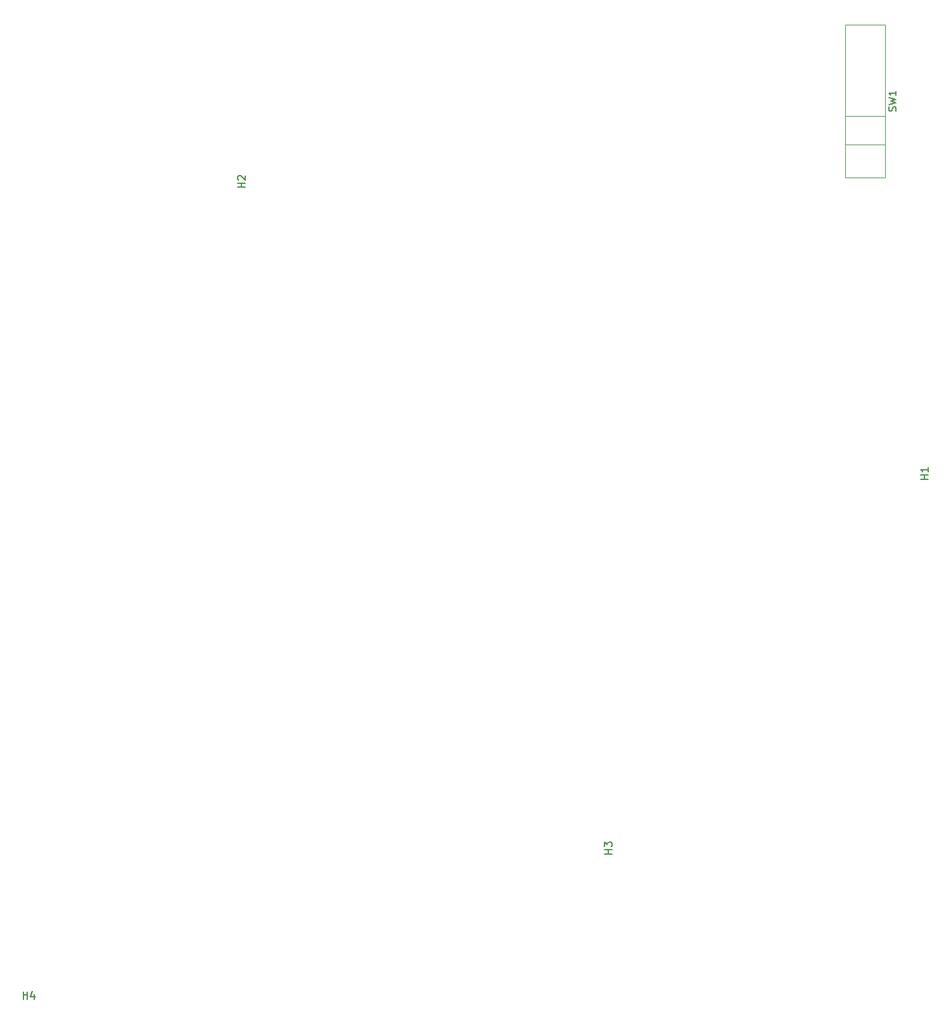
<source format=gbr>
%TF.GenerationSoftware,KiCad,Pcbnew,7.0.7-7.0.7~ubuntu22.04.1*%
%TF.CreationDate,2023-09-15T11:32:12-06:00*%
%TF.ProjectId,stepper_microscope_stage,73746570-7065-4725-9f6d-6963726f7363,1.1*%
%TF.SameCoordinates,Original*%
%TF.FileFunction,Legend,Top*%
%TF.FilePolarity,Positive*%
%FSLAX46Y46*%
G04 Gerber Fmt 4.6, Leading zero omitted, Abs format (unit mm)*
G04 Created by KiCad (PCBNEW 7.0.7-7.0.7~ubuntu22.04.1) date 2023-09-15 11:32:12*
%MOMM*%
%LPD*%
G01*
G04 APERTURE LIST*
%ADD10C,0.150000*%
%ADD11C,0.100000*%
G04 APERTURE END LIST*
D10*
X59988095Y-161404819D02*
X59988095Y-160404819D01*
X59988095Y-160881009D02*
X60559523Y-160881009D01*
X60559523Y-161404819D02*
X60559523Y-160404819D01*
X61464285Y-160738152D02*
X61464285Y-161404819D01*
X61226190Y-160357200D02*
X60988095Y-161071485D01*
X60988095Y-161071485D02*
X61607142Y-161071485D01*
X138654819Y-142011904D02*
X137654819Y-142011904D01*
X138131009Y-142011904D02*
X138131009Y-141440476D01*
X138654819Y-141440476D02*
X137654819Y-141440476D01*
X137654819Y-141059523D02*
X137654819Y-140440476D01*
X137654819Y-140440476D02*
X138035771Y-140773809D01*
X138035771Y-140773809D02*
X138035771Y-140630952D01*
X138035771Y-140630952D02*
X138083390Y-140535714D01*
X138083390Y-140535714D02*
X138131009Y-140488095D01*
X138131009Y-140488095D02*
X138226247Y-140440476D01*
X138226247Y-140440476D02*
X138464342Y-140440476D01*
X138464342Y-140440476D02*
X138559580Y-140488095D01*
X138559580Y-140488095D02*
X138607200Y-140535714D01*
X138607200Y-140535714D02*
X138654819Y-140630952D01*
X138654819Y-140630952D02*
X138654819Y-140916666D01*
X138654819Y-140916666D02*
X138607200Y-141011904D01*
X138607200Y-141011904D02*
X138559580Y-141059523D01*
X89654819Y-53011904D02*
X88654819Y-53011904D01*
X89131009Y-53011904D02*
X89131009Y-52440476D01*
X89654819Y-52440476D02*
X88654819Y-52440476D01*
X88750057Y-52011904D02*
X88702438Y-51964285D01*
X88702438Y-51964285D02*
X88654819Y-51869047D01*
X88654819Y-51869047D02*
X88654819Y-51630952D01*
X88654819Y-51630952D02*
X88702438Y-51535714D01*
X88702438Y-51535714D02*
X88750057Y-51488095D01*
X88750057Y-51488095D02*
X88845295Y-51440476D01*
X88845295Y-51440476D02*
X88940533Y-51440476D01*
X88940533Y-51440476D02*
X89083390Y-51488095D01*
X89083390Y-51488095D02*
X89654819Y-52059523D01*
X89654819Y-52059523D02*
X89654819Y-51440476D01*
X180904819Y-92011904D02*
X179904819Y-92011904D01*
X180381009Y-92011904D02*
X180381009Y-91440476D01*
X180904819Y-91440476D02*
X179904819Y-91440476D01*
X180904819Y-90440476D02*
X180904819Y-91011904D01*
X180904819Y-90726190D02*
X179904819Y-90726190D01*
X179904819Y-90726190D02*
X180047676Y-90821428D01*
X180047676Y-90821428D02*
X180142914Y-90916666D01*
X180142914Y-90916666D02*
X180190533Y-91011904D01*
X176594700Y-42833332D02*
X176642319Y-42690475D01*
X176642319Y-42690475D02*
X176642319Y-42452380D01*
X176642319Y-42452380D02*
X176594700Y-42357142D01*
X176594700Y-42357142D02*
X176547080Y-42309523D01*
X176547080Y-42309523D02*
X176451842Y-42261904D01*
X176451842Y-42261904D02*
X176356604Y-42261904D01*
X176356604Y-42261904D02*
X176261366Y-42309523D01*
X176261366Y-42309523D02*
X176213747Y-42357142D01*
X176213747Y-42357142D02*
X176166128Y-42452380D01*
X176166128Y-42452380D02*
X176118509Y-42642856D01*
X176118509Y-42642856D02*
X176070890Y-42738094D01*
X176070890Y-42738094D02*
X176023271Y-42785713D01*
X176023271Y-42785713D02*
X175928033Y-42833332D01*
X175928033Y-42833332D02*
X175832795Y-42833332D01*
X175832795Y-42833332D02*
X175737557Y-42785713D01*
X175737557Y-42785713D02*
X175689938Y-42738094D01*
X175689938Y-42738094D02*
X175642319Y-42642856D01*
X175642319Y-42642856D02*
X175642319Y-42404761D01*
X175642319Y-42404761D02*
X175689938Y-42261904D01*
X175642319Y-41928570D02*
X176642319Y-41690475D01*
X176642319Y-41690475D02*
X175928033Y-41499999D01*
X175928033Y-41499999D02*
X176642319Y-41309523D01*
X176642319Y-41309523D02*
X175642319Y-41071428D01*
X176642319Y-40166666D02*
X176642319Y-40738094D01*
X176642319Y-40452380D02*
X175642319Y-40452380D01*
X175642319Y-40452380D02*
X175785176Y-40547618D01*
X175785176Y-40547618D02*
X175880414Y-40642856D01*
X175880414Y-40642856D02*
X175928033Y-40738094D01*
D11*
%TO.C,SW1*%
X172500000Y-51736200D02*
X175167000Y-51736200D01*
X169833000Y-47316600D02*
X175167000Y-47316600D01*
X175167000Y-43506600D02*
X169833000Y-43506600D01*
X172500000Y-31263800D02*
X169833000Y-31263800D01*
X175167000Y-51736200D02*
X169833000Y-51736200D01*
X169833000Y-51736200D02*
X169833000Y-31263800D01*
X169833000Y-31263800D02*
X175167000Y-31263800D01*
X175167000Y-31263800D02*
X175167000Y-51736200D01*
%TD*%
M02*

</source>
